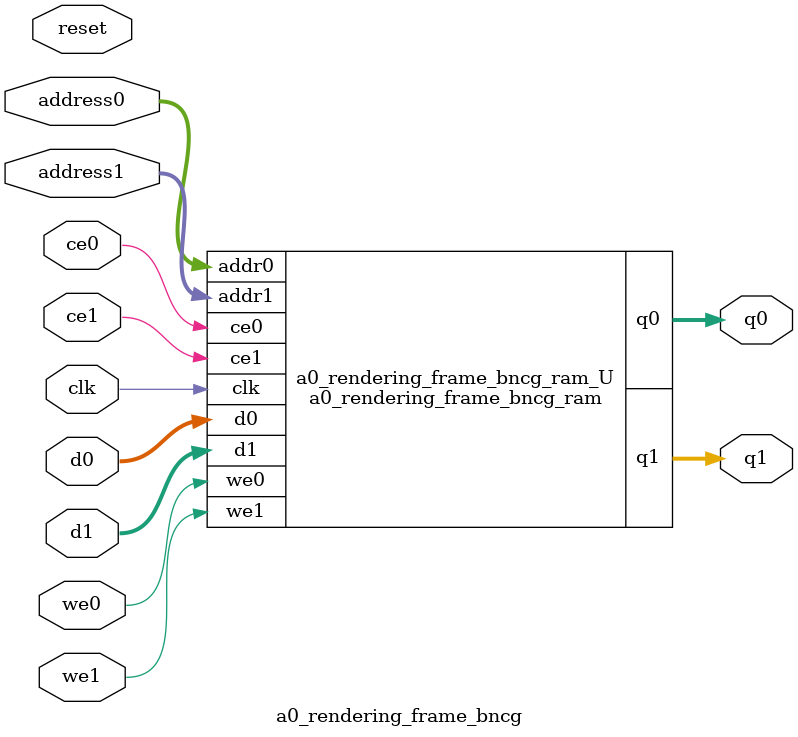
<source format=v>

`timescale 1 ns / 1 ps
module a0_rendering_frame_bncg_ram (addr0, ce0, d0, we0, q0, addr1, ce1, d1, we1, q1,  clk);

parameter DWIDTH = 8;
parameter AWIDTH = 16;
parameter MEM_SIZE = 65536;

input[AWIDTH-1:0] addr0;
input ce0;
input[DWIDTH-1:0] d0;
input we0;
output reg[DWIDTH-1:0] q0;
input[AWIDTH-1:0] addr1;
input ce1;
input[DWIDTH-1:0] d1;
input we1;
output reg[DWIDTH-1:0] q1;
input clk;

(* ram_style = "block" *)reg [DWIDTH-1:0] ram[0:MEM_SIZE-1];




always @(posedge clk)  
begin 
    if (ce0) 
    begin
        if (we0) 
        begin 
            ram[addr0] <= d0; 
            q0 <= d0;
        end 
        else 
            q0 <= ram[addr0];
    end
end


always @(posedge clk)  
begin 
    if (ce1) 
    begin
        if (we1) 
        begin 
            ram[addr1] <= d1; 
            q1 <= d1;
        end 
        else 
            q1 <= ram[addr1];
    end
end


endmodule


`timescale 1 ns / 1 ps
module a0_rendering_frame_bncg(
    reset,
    clk,
    address0,
    ce0,
    we0,
    d0,
    q0,
    address1,
    ce1,
    we1,
    d1,
    q1);

parameter DataWidth = 32'd8;
parameter AddressRange = 32'd65536;
parameter AddressWidth = 32'd16;
input reset;
input clk;
input[AddressWidth - 1:0] address0;
input ce0;
input we0;
input[DataWidth - 1:0] d0;
output[DataWidth - 1:0] q0;
input[AddressWidth - 1:0] address1;
input ce1;
input we1;
input[DataWidth - 1:0] d1;
output[DataWidth - 1:0] q1;



a0_rendering_frame_bncg_ram a0_rendering_frame_bncg_ram_U(
    .clk( clk ),
    .addr0( address0 ),
    .ce0( ce0 ),
    .we0( we0 ),
    .d0( d0 ),
    .q0( q0 ),
    .addr1( address1 ),
    .ce1( ce1 ),
    .we1( we1 ),
    .d1( d1 ),
    .q1( q1 ));

endmodule


</source>
